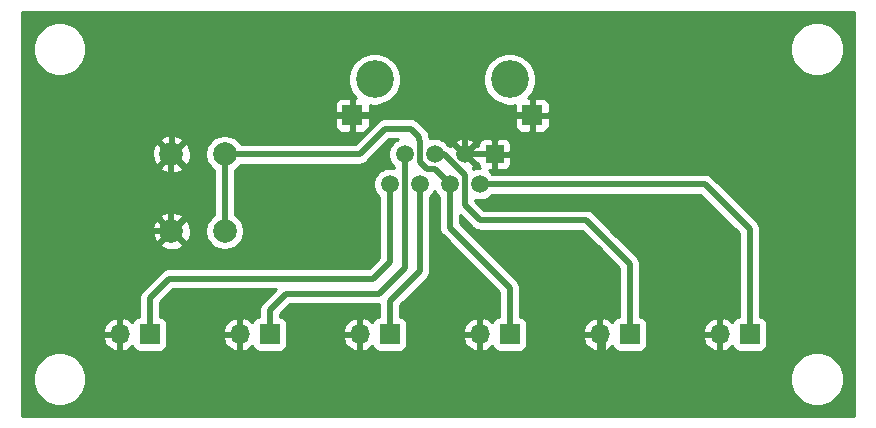
<source format=gbr>
%TF.GenerationSoftware,KiCad,Pcbnew,5.1.6-c6e7f7d~87~ubuntu18.04.1*%
%TF.CreationDate,2022-01-03T17:35:28+01:00*%
%TF.ProjectId,e-r-wifi-lf,652d722d-7769-4666-992d-6c662e6b6963,rev?*%
%TF.SameCoordinates,Original*%
%TF.FileFunction,Copper,L2,Bot*%
%TF.FilePolarity,Positive*%
%FSLAX46Y46*%
G04 Gerber Fmt 4.6, Leading zero omitted, Abs format (unit mm)*
G04 Created by KiCad (PCBNEW 5.1.6-c6e7f7d~87~ubuntu18.04.1) date 2022-01-03 17:35:28*
%MOMM*%
%LPD*%
G01*
G04 APERTURE LIST*
%TA.AperFunction,ComponentPad*%
%ADD10R,1.700000X1.700000*%
%TD*%
%TA.AperFunction,ComponentPad*%
%ADD11C,1.500000*%
%TD*%
%TA.AperFunction,ComponentPad*%
%ADD12R,1.500000X1.500000*%
%TD*%
%TA.AperFunction,ComponentPad*%
%ADD13C,3.200001*%
%TD*%
%TA.AperFunction,ComponentPad*%
%ADD14C,3.200000*%
%TD*%
%TA.AperFunction,ComponentPad*%
%ADD15O,1.700000X1.700000*%
%TD*%
%TA.AperFunction,ComponentPad*%
%ADD16C,2.000000*%
%TD*%
%TA.AperFunction,Conductor*%
%ADD17C,0.500000*%
%TD*%
%TA.AperFunction,Conductor*%
%ADD18C,0.254000*%
%TD*%
G04 APERTURE END LIST*
D10*
%TO.P,J1,10*%
%TO.N,GND*%
X138049000Y-119888000D03*
%TO.P,J1,9*%
X122809000Y-119888000D03*
D11*
%TO.P,J1,8*%
%TO.N,Net-(J1-Pad8)*%
X125984000Y-125730000D03*
%TO.P,J1,7*%
%TO.N,Net-(J1-Pad7)*%
X127254000Y-123190000D03*
%TO.P,J1,6*%
%TO.N,Net-(J1-Pad6)*%
X128524000Y-125730000D03*
%TO.P,J1,5*%
%TO.N,Net-(J1-Pad5)*%
X129794000Y-123190000D03*
%TO.P,J1,4*%
%TO.N,Net-(J1-Pad4)*%
X131064000Y-125730000D03*
%TO.P,J1,3*%
%TO.N,GND*%
X132334000Y-123190000D03*
%TO.P,J1,2*%
%TO.N,Net-(J1-Pad2)*%
X133604000Y-125730000D03*
D12*
%TO.P,J1,1*%
%TO.N,GND*%
X134874000Y-123190000D03*
D13*
%TO.P,J1,*%
%TO.N,*%
X136144000Y-116840000D03*
D14*
X124714000Y-116840000D03*
%TD*%
D10*
%TO.P,J2,1*%
%TO.N,Net-(J1-Pad8)*%
X105664000Y-138430000D03*
D15*
%TO.P,J2,2*%
%TO.N,GND*%
X103124000Y-138430000D03*
%TD*%
%TO.P,J3,2*%
%TO.N,GND*%
X113284000Y-138430000D03*
D10*
%TO.P,J3,1*%
%TO.N,Net-(J1-Pad7)*%
X115824000Y-138430000D03*
%TD*%
%TO.P,J4,1*%
%TO.N,Net-(J1-Pad6)*%
X125984000Y-138430000D03*
D15*
%TO.P,J4,2*%
%TO.N,GND*%
X123444000Y-138430000D03*
%TD*%
%TO.P,J6,2*%
%TO.N,GND*%
X133604000Y-138430000D03*
D10*
%TO.P,J6,1*%
%TO.N,Net-(J1-Pad4)*%
X136144000Y-138430000D03*
%TD*%
%TO.P,J7,1*%
%TO.N,Net-(J1-Pad2)*%
X156464000Y-138430000D03*
D15*
%TO.P,J7,2*%
%TO.N,GND*%
X153924000Y-138430000D03*
%TD*%
D16*
%TO.P,SW1,2*%
%TO.N,GND*%
X107514000Y-123190000D03*
%TO.P,SW1,1*%
%TO.N,Net-(J1-Pad4)*%
X112014000Y-123190000D03*
%TO.P,SW1,2*%
%TO.N,GND*%
X107514000Y-129690000D03*
%TO.P,SW1,1*%
%TO.N,Net-(J1-Pad4)*%
X112014000Y-129690000D03*
%TD*%
D10*
%TO.P,J5,1*%
%TO.N,Net-(J1-Pad5)*%
X146304000Y-138430000D03*
D15*
%TO.P,J5,2*%
%TO.N,GND*%
X143764000Y-138430000D03*
%TD*%
D17*
%TO.N,GND*%
X138557000Y-119888000D02*
X138201400Y-119888000D01*
X107514000Y-129722000D02*
X107505500Y-129730500D01*
X122301000Y-119888000D02*
X110109000Y-119888000D01*
X110109000Y-119888000D02*
X108839000Y-119888000D01*
X108839000Y-119888000D02*
X107569000Y-121158000D01*
X107569000Y-121158000D02*
X107569000Y-123190000D01*
X107514000Y-123190000D02*
X107514000Y-129612000D01*
X107514000Y-129690000D02*
X105133000Y-129690000D01*
X105133000Y-129690000D02*
X103124000Y-131699000D01*
X103124000Y-131699000D02*
X103124000Y-138430000D01*
X153924000Y-138430000D02*
X153924000Y-140462000D01*
X153924000Y-140462000D02*
X152273000Y-142113000D01*
X144018000Y-140843000D02*
X145288000Y-142113000D01*
X152273000Y-142113000D02*
X145288000Y-142113000D01*
X144018000Y-140843000D02*
X144018000Y-138684000D01*
X144018000Y-138684000D02*
X143764000Y-138430000D01*
X145288000Y-142113000D02*
X135128000Y-142113000D01*
X135128000Y-142113000D02*
X133604000Y-140589000D01*
X133604000Y-140589000D02*
X133604000Y-138430000D01*
X135128000Y-142113000D02*
X124841000Y-142113000D01*
X124841000Y-142113000D02*
X123444000Y-140716000D01*
X123444000Y-140716000D02*
X123444000Y-138430000D01*
X124841000Y-142113000D02*
X114808000Y-142113000D01*
X114808000Y-142113000D02*
X113284000Y-140589000D01*
X113284000Y-140589000D02*
X113284000Y-138430000D01*
X114808000Y-142113000D02*
X104775000Y-142113000D01*
X104775000Y-142113000D02*
X103124000Y-140462000D01*
X103124000Y-140462000D02*
X103124000Y-138430000D01*
X122301000Y-119888000D02*
X131064000Y-119888000D01*
X131064000Y-119888000D02*
X132334000Y-121158000D01*
X132334000Y-121158000D02*
X132334000Y-123190000D01*
X132334000Y-123190000D02*
X134874000Y-123190000D01*
X134874000Y-123190000D02*
X134874000Y-120904000D01*
X134874000Y-120904000D02*
X135890000Y-119888000D01*
X135890000Y-119888000D02*
X138557000Y-119888000D01*
%TO.N,Net-(J1-Pad2)*%
X156464000Y-138430000D02*
X156464000Y-129540000D01*
X156464000Y-129540000D02*
X152654000Y-125730000D01*
X152654000Y-125730000D02*
X133604000Y-125730000D01*
%TO.N,Net-(J1-Pad4)*%
X136144000Y-138430000D02*
X136144000Y-134620000D01*
X136144000Y-134620000D02*
X136144000Y-134493000D01*
X136144000Y-134493000D02*
X131064000Y-129413000D01*
X131064000Y-129413000D02*
X131064000Y-125730000D01*
X131064000Y-125730000D02*
X129794000Y-124460000D01*
X129794000Y-124460000D02*
X129159000Y-124460000D01*
X129159000Y-124460000D02*
X128524000Y-123825000D01*
X128524000Y-123825000D02*
X128524000Y-122047000D01*
X128466999Y-121989999D02*
X128466999Y-121735999D01*
X128524000Y-122047000D02*
X128466999Y-121989999D01*
X128466999Y-121735999D02*
X127762000Y-121031000D01*
X127762000Y-121031000D02*
X125603000Y-121031000D01*
X125603000Y-121031000D02*
X123444000Y-123190000D01*
X123444000Y-123190000D02*
X112014000Y-123190000D01*
X112014000Y-123190000D02*
X111887000Y-123317000D01*
X111887000Y-123317000D02*
X112014000Y-123444000D01*
X112014000Y-123444000D02*
X112014000Y-129667000D01*
%TO.N,Net-(J1-Pad5)*%
X146304000Y-138430000D02*
X146304000Y-132461000D01*
X146304000Y-132461000D02*
X144272000Y-130429000D01*
X144272000Y-130429000D02*
X142621000Y-128778000D01*
X142621000Y-128778000D02*
X133604000Y-128778000D01*
X133604000Y-128778000D02*
X132334000Y-127508000D01*
X132334000Y-124966002D02*
X130557998Y-123190000D01*
X132334000Y-127508000D02*
X132334000Y-124966002D01*
X130557998Y-123190000D02*
X129794000Y-123190000D01*
%TO.N,Net-(J1-Pad6)*%
X128524000Y-125730000D02*
X128524000Y-133096000D01*
X128524000Y-133096000D02*
X125984000Y-135636000D01*
X125984000Y-135636000D02*
X125984000Y-138430000D01*
%TO.N,Net-(J1-Pad7)*%
X127254000Y-123190000D02*
X127254000Y-132842000D01*
X127254000Y-132842000D02*
X125095000Y-135001000D01*
X125095000Y-135001000D02*
X117221000Y-135001000D01*
X117221000Y-135001000D02*
X115824000Y-136398000D01*
X115824000Y-136398000D02*
X115824000Y-138430000D01*
%TO.N,Net-(J1-Pad8)*%
X125984000Y-125730000D02*
X125984000Y-132080000D01*
X125984000Y-132080000D02*
X125984000Y-132334000D01*
X125984000Y-132334000D02*
X124587000Y-133731000D01*
X124587000Y-133731000D02*
X107315000Y-133731000D01*
X107315000Y-133731000D02*
X105664000Y-135382000D01*
X105664000Y-135382000D02*
X105664000Y-138430000D01*
%TD*%
D18*
%TO.N,GND*%
G36*
X165329000Y-145390000D02*
G01*
X94894000Y-145390000D01*
X94894000Y-142016521D01*
X95774979Y-142016521D01*
X95774979Y-142463479D01*
X95862176Y-142901849D01*
X96033220Y-143314785D01*
X96281536Y-143686417D01*
X96597583Y-144002464D01*
X96969215Y-144250780D01*
X97382151Y-144421824D01*
X97820521Y-144509021D01*
X98267479Y-144509021D01*
X98705849Y-144421824D01*
X99118785Y-144250780D01*
X99490417Y-144002464D01*
X99806464Y-143686417D01*
X100054780Y-143314785D01*
X100225824Y-142901849D01*
X100313021Y-142463479D01*
X100313021Y-142016521D01*
X159909979Y-142016521D01*
X159909979Y-142463479D01*
X159997176Y-142901849D01*
X160168220Y-143314785D01*
X160416536Y-143686417D01*
X160732583Y-144002464D01*
X161104215Y-144250780D01*
X161517151Y-144421824D01*
X161955521Y-144509021D01*
X162402479Y-144509021D01*
X162840849Y-144421824D01*
X163253785Y-144250780D01*
X163625417Y-144002464D01*
X163941464Y-143686417D01*
X164189780Y-143314785D01*
X164360824Y-142901849D01*
X164448021Y-142463479D01*
X164448021Y-142016521D01*
X164360824Y-141578151D01*
X164189780Y-141165215D01*
X163941464Y-140793583D01*
X163625417Y-140477536D01*
X163253785Y-140229220D01*
X162840849Y-140058176D01*
X162402479Y-139970979D01*
X161955521Y-139970979D01*
X161517151Y-140058176D01*
X161104215Y-140229220D01*
X160732583Y-140477536D01*
X160416536Y-140793583D01*
X160168220Y-141165215D01*
X159997176Y-141578151D01*
X159909979Y-142016521D01*
X100313021Y-142016521D01*
X100225824Y-141578151D01*
X100054780Y-141165215D01*
X99806464Y-140793583D01*
X99490417Y-140477536D01*
X99118785Y-140229220D01*
X98705849Y-140058176D01*
X98267479Y-139970979D01*
X97820521Y-139970979D01*
X97382151Y-140058176D01*
X96969215Y-140229220D01*
X96597583Y-140477536D01*
X96281536Y-140793583D01*
X96033220Y-141165215D01*
X95862176Y-141578151D01*
X95774979Y-142016521D01*
X94894000Y-142016521D01*
X94894000Y-138786891D01*
X101682519Y-138786891D01*
X101779843Y-139061252D01*
X101928822Y-139311355D01*
X102123731Y-139527588D01*
X102357080Y-139701641D01*
X102619901Y-139826825D01*
X102767110Y-139871476D01*
X102997000Y-139750155D01*
X102997000Y-138557000D01*
X101803186Y-138557000D01*
X101682519Y-138786891D01*
X94894000Y-138786891D01*
X94894000Y-138073109D01*
X101682519Y-138073109D01*
X101803186Y-138303000D01*
X102997000Y-138303000D01*
X102997000Y-137109845D01*
X103251000Y-137109845D01*
X103251000Y-138303000D01*
X103271000Y-138303000D01*
X103271000Y-138557000D01*
X103251000Y-138557000D01*
X103251000Y-139750155D01*
X103480890Y-139871476D01*
X103628099Y-139826825D01*
X103890920Y-139701641D01*
X104124269Y-139527588D01*
X104200034Y-139443534D01*
X104224498Y-139524180D01*
X104283463Y-139634494D01*
X104362815Y-139731185D01*
X104459506Y-139810537D01*
X104569820Y-139869502D01*
X104689518Y-139905812D01*
X104814000Y-139918072D01*
X106514000Y-139918072D01*
X106638482Y-139905812D01*
X106758180Y-139869502D01*
X106868494Y-139810537D01*
X106965185Y-139731185D01*
X107044537Y-139634494D01*
X107103502Y-139524180D01*
X107139812Y-139404482D01*
X107152072Y-139280000D01*
X107152072Y-138786891D01*
X111842519Y-138786891D01*
X111939843Y-139061252D01*
X112088822Y-139311355D01*
X112283731Y-139527588D01*
X112517080Y-139701641D01*
X112779901Y-139826825D01*
X112927110Y-139871476D01*
X113157000Y-139750155D01*
X113157000Y-138557000D01*
X111963186Y-138557000D01*
X111842519Y-138786891D01*
X107152072Y-138786891D01*
X107152072Y-138073109D01*
X111842519Y-138073109D01*
X111963186Y-138303000D01*
X113157000Y-138303000D01*
X113157000Y-137109845D01*
X112927110Y-136988524D01*
X112779901Y-137033175D01*
X112517080Y-137158359D01*
X112283731Y-137332412D01*
X112088822Y-137548645D01*
X111939843Y-137798748D01*
X111842519Y-138073109D01*
X107152072Y-138073109D01*
X107152072Y-137580000D01*
X107139812Y-137455518D01*
X107103502Y-137335820D01*
X107044537Y-137225506D01*
X106965185Y-137128815D01*
X106868494Y-137049463D01*
X106758180Y-136990498D01*
X106638482Y-136954188D01*
X106549000Y-136945375D01*
X106549000Y-135748578D01*
X107681579Y-134616000D01*
X116354421Y-134616000D01*
X115228956Y-135741466D01*
X115195183Y-135769183D01*
X115084589Y-135903942D01*
X115002411Y-136057688D01*
X114951805Y-136224511D01*
X114939000Y-136354524D01*
X114939000Y-136354531D01*
X114934719Y-136398000D01*
X114939000Y-136441469D01*
X114939000Y-136945375D01*
X114849518Y-136954188D01*
X114729820Y-136990498D01*
X114619506Y-137049463D01*
X114522815Y-137128815D01*
X114443463Y-137225506D01*
X114384498Y-137335820D01*
X114360034Y-137416466D01*
X114284269Y-137332412D01*
X114050920Y-137158359D01*
X113788099Y-137033175D01*
X113640890Y-136988524D01*
X113411000Y-137109845D01*
X113411000Y-138303000D01*
X113431000Y-138303000D01*
X113431000Y-138557000D01*
X113411000Y-138557000D01*
X113411000Y-139750155D01*
X113640890Y-139871476D01*
X113788099Y-139826825D01*
X114050920Y-139701641D01*
X114284269Y-139527588D01*
X114360034Y-139443534D01*
X114384498Y-139524180D01*
X114443463Y-139634494D01*
X114522815Y-139731185D01*
X114619506Y-139810537D01*
X114729820Y-139869502D01*
X114849518Y-139905812D01*
X114974000Y-139918072D01*
X116674000Y-139918072D01*
X116798482Y-139905812D01*
X116918180Y-139869502D01*
X117028494Y-139810537D01*
X117125185Y-139731185D01*
X117204537Y-139634494D01*
X117263502Y-139524180D01*
X117299812Y-139404482D01*
X117312072Y-139280000D01*
X117312072Y-138786891D01*
X122002519Y-138786891D01*
X122099843Y-139061252D01*
X122248822Y-139311355D01*
X122443731Y-139527588D01*
X122677080Y-139701641D01*
X122939901Y-139826825D01*
X123087110Y-139871476D01*
X123317000Y-139750155D01*
X123317000Y-138557000D01*
X122123186Y-138557000D01*
X122002519Y-138786891D01*
X117312072Y-138786891D01*
X117312072Y-138073109D01*
X122002519Y-138073109D01*
X122123186Y-138303000D01*
X123317000Y-138303000D01*
X123317000Y-137109845D01*
X123087110Y-136988524D01*
X122939901Y-137033175D01*
X122677080Y-137158359D01*
X122443731Y-137332412D01*
X122248822Y-137548645D01*
X122099843Y-137798748D01*
X122002519Y-138073109D01*
X117312072Y-138073109D01*
X117312072Y-137580000D01*
X117299812Y-137455518D01*
X117263502Y-137335820D01*
X117204537Y-137225506D01*
X117125185Y-137128815D01*
X117028494Y-137049463D01*
X116918180Y-136990498D01*
X116798482Y-136954188D01*
X116709000Y-136945375D01*
X116709000Y-136764578D01*
X117587579Y-135886000D01*
X125051531Y-135886000D01*
X125095000Y-135890281D01*
X125099000Y-135889887D01*
X125099000Y-136945375D01*
X125009518Y-136954188D01*
X124889820Y-136990498D01*
X124779506Y-137049463D01*
X124682815Y-137128815D01*
X124603463Y-137225506D01*
X124544498Y-137335820D01*
X124520034Y-137416466D01*
X124444269Y-137332412D01*
X124210920Y-137158359D01*
X123948099Y-137033175D01*
X123800890Y-136988524D01*
X123571000Y-137109845D01*
X123571000Y-138303000D01*
X123591000Y-138303000D01*
X123591000Y-138557000D01*
X123571000Y-138557000D01*
X123571000Y-139750155D01*
X123800890Y-139871476D01*
X123948099Y-139826825D01*
X124210920Y-139701641D01*
X124444269Y-139527588D01*
X124520034Y-139443534D01*
X124544498Y-139524180D01*
X124603463Y-139634494D01*
X124682815Y-139731185D01*
X124779506Y-139810537D01*
X124889820Y-139869502D01*
X125009518Y-139905812D01*
X125134000Y-139918072D01*
X126834000Y-139918072D01*
X126958482Y-139905812D01*
X127078180Y-139869502D01*
X127188494Y-139810537D01*
X127285185Y-139731185D01*
X127364537Y-139634494D01*
X127423502Y-139524180D01*
X127459812Y-139404482D01*
X127472072Y-139280000D01*
X127472072Y-138786891D01*
X132162519Y-138786891D01*
X132259843Y-139061252D01*
X132408822Y-139311355D01*
X132603731Y-139527588D01*
X132837080Y-139701641D01*
X133099901Y-139826825D01*
X133247110Y-139871476D01*
X133477000Y-139750155D01*
X133477000Y-138557000D01*
X132283186Y-138557000D01*
X132162519Y-138786891D01*
X127472072Y-138786891D01*
X127472072Y-138073109D01*
X132162519Y-138073109D01*
X132283186Y-138303000D01*
X133477000Y-138303000D01*
X133477000Y-137109845D01*
X133247110Y-136988524D01*
X133099901Y-137033175D01*
X132837080Y-137158359D01*
X132603731Y-137332412D01*
X132408822Y-137548645D01*
X132259843Y-137798748D01*
X132162519Y-138073109D01*
X127472072Y-138073109D01*
X127472072Y-137580000D01*
X127459812Y-137455518D01*
X127423502Y-137335820D01*
X127364537Y-137225506D01*
X127285185Y-137128815D01*
X127188494Y-137049463D01*
X127078180Y-136990498D01*
X126958482Y-136954188D01*
X126869000Y-136945375D01*
X126869000Y-136002578D01*
X129119049Y-133752530D01*
X129152817Y-133724817D01*
X129263411Y-133590059D01*
X129345589Y-133436313D01*
X129396195Y-133269490D01*
X129409000Y-133139477D01*
X129409000Y-133139467D01*
X129413281Y-133096001D01*
X129409000Y-133052535D01*
X129409000Y-126803685D01*
X129599799Y-126612886D01*
X129751371Y-126386043D01*
X129794000Y-126283127D01*
X129836629Y-126386043D01*
X129988201Y-126612886D01*
X130179001Y-126803686D01*
X130179000Y-129369531D01*
X130174719Y-129413000D01*
X130179000Y-129456469D01*
X130179000Y-129456476D01*
X130190212Y-129570314D01*
X130191805Y-129586490D01*
X130195779Y-129599589D01*
X130242411Y-129753312D01*
X130324589Y-129907058D01*
X130435183Y-130041817D01*
X130468956Y-130069534D01*
X135259001Y-134859580D01*
X135259000Y-136945375D01*
X135169518Y-136954188D01*
X135049820Y-136990498D01*
X134939506Y-137049463D01*
X134842815Y-137128815D01*
X134763463Y-137225506D01*
X134704498Y-137335820D01*
X134680034Y-137416466D01*
X134604269Y-137332412D01*
X134370920Y-137158359D01*
X134108099Y-137033175D01*
X133960890Y-136988524D01*
X133731000Y-137109845D01*
X133731000Y-138303000D01*
X133751000Y-138303000D01*
X133751000Y-138557000D01*
X133731000Y-138557000D01*
X133731000Y-139750155D01*
X133960890Y-139871476D01*
X134108099Y-139826825D01*
X134370920Y-139701641D01*
X134604269Y-139527588D01*
X134680034Y-139443534D01*
X134704498Y-139524180D01*
X134763463Y-139634494D01*
X134842815Y-139731185D01*
X134939506Y-139810537D01*
X135049820Y-139869502D01*
X135169518Y-139905812D01*
X135294000Y-139918072D01*
X136994000Y-139918072D01*
X137118482Y-139905812D01*
X137238180Y-139869502D01*
X137348494Y-139810537D01*
X137445185Y-139731185D01*
X137524537Y-139634494D01*
X137583502Y-139524180D01*
X137619812Y-139404482D01*
X137632072Y-139280000D01*
X137632072Y-138786891D01*
X142322519Y-138786891D01*
X142419843Y-139061252D01*
X142568822Y-139311355D01*
X142763731Y-139527588D01*
X142997080Y-139701641D01*
X143259901Y-139826825D01*
X143407110Y-139871476D01*
X143637000Y-139750155D01*
X143637000Y-138557000D01*
X142443186Y-138557000D01*
X142322519Y-138786891D01*
X137632072Y-138786891D01*
X137632072Y-138073109D01*
X142322519Y-138073109D01*
X142443186Y-138303000D01*
X143637000Y-138303000D01*
X143637000Y-137109845D01*
X143407110Y-136988524D01*
X143259901Y-137033175D01*
X142997080Y-137158359D01*
X142763731Y-137332412D01*
X142568822Y-137548645D01*
X142419843Y-137798748D01*
X142322519Y-138073109D01*
X137632072Y-138073109D01*
X137632072Y-137580000D01*
X137619812Y-137455518D01*
X137583502Y-137335820D01*
X137524537Y-137225506D01*
X137445185Y-137128815D01*
X137348494Y-137049463D01*
X137238180Y-136990498D01*
X137118482Y-136954188D01*
X137029000Y-136945375D01*
X137029000Y-134536469D01*
X137033281Y-134493000D01*
X137029000Y-134449531D01*
X137029000Y-134449524D01*
X137016195Y-134319511D01*
X136965589Y-134152688D01*
X136922095Y-134071314D01*
X136883411Y-133998941D01*
X136800532Y-133897953D01*
X136800530Y-133897951D01*
X136772817Y-133864183D01*
X136739049Y-133836470D01*
X131949000Y-129046422D01*
X131949000Y-128374578D01*
X132947470Y-129373049D01*
X132975183Y-129406817D01*
X133008951Y-129434530D01*
X133008953Y-129434532D01*
X133035692Y-129456476D01*
X133109941Y-129517411D01*
X133263687Y-129599589D01*
X133430510Y-129650195D01*
X133560523Y-129663000D01*
X133560533Y-129663000D01*
X133603999Y-129667281D01*
X133647465Y-129663000D01*
X142254422Y-129663000D01*
X143676953Y-131085532D01*
X143676958Y-131085536D01*
X145419001Y-132827580D01*
X145419000Y-136945375D01*
X145329518Y-136954188D01*
X145209820Y-136990498D01*
X145099506Y-137049463D01*
X145002815Y-137128815D01*
X144923463Y-137225506D01*
X144864498Y-137335820D01*
X144840034Y-137416466D01*
X144764269Y-137332412D01*
X144530920Y-137158359D01*
X144268099Y-137033175D01*
X144120890Y-136988524D01*
X143891000Y-137109845D01*
X143891000Y-138303000D01*
X143911000Y-138303000D01*
X143911000Y-138557000D01*
X143891000Y-138557000D01*
X143891000Y-139750155D01*
X144120890Y-139871476D01*
X144268099Y-139826825D01*
X144530920Y-139701641D01*
X144764269Y-139527588D01*
X144840034Y-139443534D01*
X144864498Y-139524180D01*
X144923463Y-139634494D01*
X145002815Y-139731185D01*
X145099506Y-139810537D01*
X145209820Y-139869502D01*
X145329518Y-139905812D01*
X145454000Y-139918072D01*
X147154000Y-139918072D01*
X147278482Y-139905812D01*
X147398180Y-139869502D01*
X147508494Y-139810537D01*
X147605185Y-139731185D01*
X147684537Y-139634494D01*
X147743502Y-139524180D01*
X147779812Y-139404482D01*
X147792072Y-139280000D01*
X147792072Y-138786891D01*
X152482519Y-138786891D01*
X152579843Y-139061252D01*
X152728822Y-139311355D01*
X152923731Y-139527588D01*
X153157080Y-139701641D01*
X153419901Y-139826825D01*
X153567110Y-139871476D01*
X153797000Y-139750155D01*
X153797000Y-138557000D01*
X152603186Y-138557000D01*
X152482519Y-138786891D01*
X147792072Y-138786891D01*
X147792072Y-138073109D01*
X152482519Y-138073109D01*
X152603186Y-138303000D01*
X153797000Y-138303000D01*
X153797000Y-137109845D01*
X153567110Y-136988524D01*
X153419901Y-137033175D01*
X153157080Y-137158359D01*
X152923731Y-137332412D01*
X152728822Y-137548645D01*
X152579843Y-137798748D01*
X152482519Y-138073109D01*
X147792072Y-138073109D01*
X147792072Y-137580000D01*
X147779812Y-137455518D01*
X147743502Y-137335820D01*
X147684537Y-137225506D01*
X147605185Y-137128815D01*
X147508494Y-137049463D01*
X147398180Y-136990498D01*
X147278482Y-136954188D01*
X147189000Y-136945375D01*
X147189000Y-132504469D01*
X147193281Y-132461000D01*
X147189000Y-132417531D01*
X147189000Y-132417523D01*
X147176195Y-132287510D01*
X147125589Y-132120687D01*
X147043411Y-131966941D01*
X146932817Y-131832183D01*
X146899049Y-131804470D01*
X144928536Y-129833958D01*
X144928532Y-129833953D01*
X143277534Y-128182956D01*
X143249817Y-128149183D01*
X143115059Y-128038589D01*
X142961313Y-127956411D01*
X142794490Y-127905805D01*
X142664477Y-127893000D01*
X142664469Y-127893000D01*
X142621000Y-127888719D01*
X142577531Y-127893000D01*
X133970579Y-127893000D01*
X133219000Y-127141422D01*
X133219000Y-127065552D01*
X133467589Y-127115000D01*
X133740411Y-127115000D01*
X134007989Y-127061775D01*
X134260043Y-126957371D01*
X134486886Y-126805799D01*
X134677685Y-126615000D01*
X152287422Y-126615000D01*
X155579001Y-129906580D01*
X155579000Y-136945375D01*
X155489518Y-136954188D01*
X155369820Y-136990498D01*
X155259506Y-137049463D01*
X155162815Y-137128815D01*
X155083463Y-137225506D01*
X155024498Y-137335820D01*
X155000034Y-137416466D01*
X154924269Y-137332412D01*
X154690920Y-137158359D01*
X154428099Y-137033175D01*
X154280890Y-136988524D01*
X154051000Y-137109845D01*
X154051000Y-138303000D01*
X154071000Y-138303000D01*
X154071000Y-138557000D01*
X154051000Y-138557000D01*
X154051000Y-139750155D01*
X154280890Y-139871476D01*
X154428099Y-139826825D01*
X154690920Y-139701641D01*
X154924269Y-139527588D01*
X155000034Y-139443534D01*
X155024498Y-139524180D01*
X155083463Y-139634494D01*
X155162815Y-139731185D01*
X155259506Y-139810537D01*
X155369820Y-139869502D01*
X155489518Y-139905812D01*
X155614000Y-139918072D01*
X157314000Y-139918072D01*
X157438482Y-139905812D01*
X157558180Y-139869502D01*
X157668494Y-139810537D01*
X157765185Y-139731185D01*
X157844537Y-139634494D01*
X157903502Y-139524180D01*
X157939812Y-139404482D01*
X157952072Y-139280000D01*
X157952072Y-137580000D01*
X157939812Y-137455518D01*
X157903502Y-137335820D01*
X157844537Y-137225506D01*
X157765185Y-137128815D01*
X157668494Y-137049463D01*
X157558180Y-136990498D01*
X157438482Y-136954188D01*
X157349000Y-136945375D01*
X157349000Y-129583469D01*
X157353281Y-129540000D01*
X157349000Y-129496531D01*
X157349000Y-129496523D01*
X157336195Y-129366510D01*
X157285589Y-129199686D01*
X157203411Y-129045941D01*
X157120532Y-128944953D01*
X157120530Y-128944951D01*
X157092817Y-128911183D01*
X157059049Y-128883470D01*
X153310534Y-125134956D01*
X153282817Y-125101183D01*
X153148059Y-124990589D01*
X152994313Y-124908411D01*
X152827490Y-124857805D01*
X152697477Y-124845000D01*
X152697469Y-124845000D01*
X152654000Y-124840719D01*
X152610531Y-124845000D01*
X134677685Y-124845000D01*
X134486886Y-124654201D01*
X134370510Y-124576441D01*
X134588250Y-124575000D01*
X134747000Y-124416250D01*
X134747000Y-123317000D01*
X135001000Y-123317000D01*
X135001000Y-124416250D01*
X135159750Y-124575000D01*
X135624000Y-124578072D01*
X135748482Y-124565812D01*
X135868180Y-124529502D01*
X135978494Y-124470537D01*
X136075185Y-124391185D01*
X136154537Y-124294494D01*
X136213502Y-124184180D01*
X136249812Y-124064482D01*
X136262072Y-123940000D01*
X136259000Y-123475750D01*
X136100250Y-123317000D01*
X135001000Y-123317000D01*
X134747000Y-123317000D01*
X134727000Y-123317000D01*
X134727000Y-123063000D01*
X134747000Y-123063000D01*
X134747000Y-121963750D01*
X135001000Y-121963750D01*
X135001000Y-123063000D01*
X136100250Y-123063000D01*
X136259000Y-122904250D01*
X136262072Y-122440000D01*
X136249812Y-122315518D01*
X136213502Y-122195820D01*
X136154537Y-122085506D01*
X136075185Y-121988815D01*
X135978494Y-121909463D01*
X135868180Y-121850498D01*
X135748482Y-121814188D01*
X135624000Y-121801928D01*
X135159750Y-121805000D01*
X135001000Y-121963750D01*
X134747000Y-121963750D01*
X134588250Y-121805000D01*
X134124000Y-121801928D01*
X133999518Y-121814188D01*
X133879820Y-121850498D01*
X133769506Y-121909463D01*
X133672815Y-121988815D01*
X133593463Y-122085506D01*
X133534498Y-122195820D01*
X133498188Y-122315518D01*
X133485928Y-122440000D01*
X133486101Y-122466133D01*
X133290993Y-122412612D01*
X132513605Y-123190000D01*
X133290993Y-123967388D01*
X133486101Y-123913867D01*
X133485928Y-123940000D01*
X133498188Y-124064482D01*
X133534498Y-124184180D01*
X133593463Y-124294494D01*
X133634912Y-124345000D01*
X133467589Y-124345000D01*
X133200011Y-124398225D01*
X133060378Y-124456063D01*
X133015905Y-124401873D01*
X133045863Y-124385860D01*
X133111388Y-124146993D01*
X132334000Y-123369605D01*
X132319858Y-123383748D01*
X132140253Y-123204143D01*
X132154395Y-123190000D01*
X131377007Y-122412612D01*
X131138140Y-122478137D01*
X131123538Y-122509253D01*
X131052057Y-122450589D01*
X130917671Y-122378759D01*
X130869799Y-122307114D01*
X130795692Y-122233007D01*
X131556612Y-122233007D01*
X132334000Y-123010395D01*
X133111388Y-122233007D01*
X133045863Y-121994140D01*
X132798884Y-121878240D01*
X132534040Y-121812750D01*
X132261508Y-121800188D01*
X131991762Y-121841035D01*
X131735168Y-121933723D01*
X131622137Y-121994140D01*
X131556612Y-122233007D01*
X130795692Y-122233007D01*
X130676886Y-122114201D01*
X130450043Y-121962629D01*
X130197989Y-121858225D01*
X129930411Y-121805000D01*
X129657589Y-121805000D01*
X129391470Y-121857935D01*
X129355839Y-121740476D01*
X129356280Y-121735998D01*
X129351999Y-121692532D01*
X129351999Y-121692523D01*
X129339194Y-121562510D01*
X129288588Y-121395686D01*
X129206410Y-121241940D01*
X129146066Y-121168411D01*
X129123531Y-121140952D01*
X129123529Y-121140950D01*
X129095816Y-121107182D01*
X129062048Y-121079469D01*
X128720579Y-120738000D01*
X136560928Y-120738000D01*
X136573188Y-120862482D01*
X136609498Y-120982180D01*
X136668463Y-121092494D01*
X136747815Y-121189185D01*
X136844506Y-121268537D01*
X136954820Y-121327502D01*
X137074518Y-121363812D01*
X137199000Y-121376072D01*
X137763250Y-121373000D01*
X137922000Y-121214250D01*
X137922000Y-120015000D01*
X138176000Y-120015000D01*
X138176000Y-121214250D01*
X138334750Y-121373000D01*
X138899000Y-121376072D01*
X139023482Y-121363812D01*
X139143180Y-121327502D01*
X139253494Y-121268537D01*
X139350185Y-121189185D01*
X139429537Y-121092494D01*
X139488502Y-120982180D01*
X139524812Y-120862482D01*
X139537072Y-120738000D01*
X139534000Y-120173750D01*
X139375250Y-120015000D01*
X138176000Y-120015000D01*
X137922000Y-120015000D01*
X136722750Y-120015000D01*
X136564000Y-120173750D01*
X136560928Y-120738000D01*
X128720579Y-120738000D01*
X128418534Y-120435956D01*
X128390817Y-120402183D01*
X128256059Y-120291589D01*
X128102313Y-120209411D01*
X127935490Y-120158805D01*
X127805477Y-120146000D01*
X127805469Y-120146000D01*
X127762000Y-120141719D01*
X127718531Y-120146000D01*
X125646466Y-120146000D01*
X125602999Y-120141719D01*
X125559533Y-120146000D01*
X125559523Y-120146000D01*
X125429510Y-120158805D01*
X125262687Y-120209411D01*
X125108941Y-120291589D01*
X125108939Y-120291590D01*
X125108940Y-120291590D01*
X125007953Y-120374468D01*
X125007951Y-120374470D01*
X124974183Y-120402183D01*
X124946470Y-120435951D01*
X123077422Y-122305000D01*
X113389059Y-122305000D01*
X113283987Y-122147748D01*
X113056252Y-121920013D01*
X112788463Y-121741082D01*
X112490912Y-121617832D01*
X112175033Y-121555000D01*
X111852967Y-121555000D01*
X111537088Y-121617832D01*
X111239537Y-121741082D01*
X110971748Y-121920013D01*
X110744013Y-122147748D01*
X110565082Y-122415537D01*
X110441832Y-122713088D01*
X110379000Y-123028967D01*
X110379000Y-123351033D01*
X110441832Y-123666912D01*
X110565082Y-123964463D01*
X110744013Y-124232252D01*
X110971748Y-124459987D01*
X111129000Y-124565060D01*
X111129001Y-128314940D01*
X110971748Y-128420013D01*
X110744013Y-128647748D01*
X110565082Y-128915537D01*
X110441832Y-129213088D01*
X110379000Y-129528967D01*
X110379000Y-129851033D01*
X110441832Y-130166912D01*
X110565082Y-130464463D01*
X110744013Y-130732252D01*
X110971748Y-130959987D01*
X111239537Y-131138918D01*
X111537088Y-131262168D01*
X111852967Y-131325000D01*
X112175033Y-131325000D01*
X112490912Y-131262168D01*
X112788463Y-131138918D01*
X113056252Y-130959987D01*
X113283987Y-130732252D01*
X113462918Y-130464463D01*
X113586168Y-130166912D01*
X113649000Y-129851033D01*
X113649000Y-129528967D01*
X113586168Y-129213088D01*
X113462918Y-128915537D01*
X113283987Y-128647748D01*
X113056252Y-128420013D01*
X112899000Y-128314941D01*
X112899000Y-124565059D01*
X113056252Y-124459987D01*
X113283987Y-124232252D01*
X113389059Y-124075000D01*
X123400531Y-124075000D01*
X123444000Y-124079281D01*
X123487469Y-124075000D01*
X123487477Y-124075000D01*
X123617490Y-124062195D01*
X123784313Y-124011589D01*
X123938059Y-123929411D01*
X124072817Y-123818817D01*
X124100534Y-123785044D01*
X125969579Y-121916000D01*
X126710530Y-121916000D01*
X126597957Y-121962629D01*
X126371114Y-122114201D01*
X126178201Y-122307114D01*
X126026629Y-122533957D01*
X125922225Y-122786011D01*
X125869000Y-123053589D01*
X125869000Y-123326411D01*
X125922225Y-123593989D01*
X126026629Y-123846043D01*
X126178201Y-124072886D01*
X126369000Y-124263685D01*
X126369000Y-124394448D01*
X126120411Y-124345000D01*
X125847589Y-124345000D01*
X125580011Y-124398225D01*
X125327957Y-124502629D01*
X125101114Y-124654201D01*
X124908201Y-124847114D01*
X124756629Y-125073957D01*
X124652225Y-125326011D01*
X124599000Y-125593589D01*
X124599000Y-125866411D01*
X124652225Y-126133989D01*
X124756629Y-126386043D01*
X124908201Y-126612886D01*
X125099000Y-126803685D01*
X125099001Y-131967420D01*
X124220422Y-132846000D01*
X107358469Y-132846000D01*
X107315000Y-132841719D01*
X107271531Y-132846000D01*
X107271523Y-132846000D01*
X107141510Y-132858805D01*
X106974686Y-132909411D01*
X106820941Y-132991589D01*
X106719953Y-133074468D01*
X106719951Y-133074470D01*
X106686183Y-133102183D01*
X106658470Y-133135951D01*
X105068956Y-134725466D01*
X105035183Y-134753183D01*
X104924589Y-134887942D01*
X104842411Y-135041688D01*
X104791805Y-135208511D01*
X104779000Y-135338524D01*
X104779000Y-135338531D01*
X104774719Y-135382000D01*
X104779000Y-135425469D01*
X104779001Y-136945375D01*
X104689518Y-136954188D01*
X104569820Y-136990498D01*
X104459506Y-137049463D01*
X104362815Y-137128815D01*
X104283463Y-137225506D01*
X104224498Y-137335820D01*
X104200034Y-137416466D01*
X104124269Y-137332412D01*
X103890920Y-137158359D01*
X103628099Y-137033175D01*
X103480890Y-136988524D01*
X103251000Y-137109845D01*
X102997000Y-137109845D01*
X102767110Y-136988524D01*
X102619901Y-137033175D01*
X102357080Y-137158359D01*
X102123731Y-137332412D01*
X101928822Y-137548645D01*
X101779843Y-137798748D01*
X101682519Y-138073109D01*
X94894000Y-138073109D01*
X94894000Y-130825413D01*
X106558192Y-130825413D01*
X106653956Y-131089814D01*
X106943571Y-131230704D01*
X107255108Y-131312384D01*
X107576595Y-131331718D01*
X107895675Y-131287961D01*
X108200088Y-131182795D01*
X108374044Y-131089814D01*
X108469808Y-130825413D01*
X107514000Y-129869605D01*
X106558192Y-130825413D01*
X94894000Y-130825413D01*
X94894000Y-129752595D01*
X105872282Y-129752595D01*
X105916039Y-130071675D01*
X106021205Y-130376088D01*
X106114186Y-130550044D01*
X106378587Y-130645808D01*
X107334395Y-129690000D01*
X107693605Y-129690000D01*
X108649413Y-130645808D01*
X108913814Y-130550044D01*
X109054704Y-130260429D01*
X109136384Y-129948892D01*
X109155718Y-129627405D01*
X109111961Y-129308325D01*
X109006795Y-129003912D01*
X108913814Y-128829956D01*
X108649413Y-128734192D01*
X107693605Y-129690000D01*
X107334395Y-129690000D01*
X106378587Y-128734192D01*
X106114186Y-128829956D01*
X105973296Y-129119571D01*
X105891616Y-129431108D01*
X105872282Y-129752595D01*
X94894000Y-129752595D01*
X94894000Y-128554587D01*
X106558192Y-128554587D01*
X107514000Y-129510395D01*
X108469808Y-128554587D01*
X108374044Y-128290186D01*
X108084429Y-128149296D01*
X107772892Y-128067616D01*
X107451405Y-128048282D01*
X107132325Y-128092039D01*
X106827912Y-128197205D01*
X106653956Y-128290186D01*
X106558192Y-128554587D01*
X94894000Y-128554587D01*
X94894000Y-124325413D01*
X106558192Y-124325413D01*
X106653956Y-124589814D01*
X106943571Y-124730704D01*
X107255108Y-124812384D01*
X107576595Y-124831718D01*
X107895675Y-124787961D01*
X108200088Y-124682795D01*
X108374044Y-124589814D01*
X108469808Y-124325413D01*
X107514000Y-123369605D01*
X106558192Y-124325413D01*
X94894000Y-124325413D01*
X94894000Y-123252595D01*
X105872282Y-123252595D01*
X105916039Y-123571675D01*
X106021205Y-123876088D01*
X106114186Y-124050044D01*
X106378587Y-124145808D01*
X107334395Y-123190000D01*
X107693605Y-123190000D01*
X108649413Y-124145808D01*
X108913814Y-124050044D01*
X109054704Y-123760429D01*
X109136384Y-123448892D01*
X109155718Y-123127405D01*
X109111961Y-122808325D01*
X109006795Y-122503912D01*
X108913814Y-122329956D01*
X108649413Y-122234192D01*
X107693605Y-123190000D01*
X107334395Y-123190000D01*
X106378587Y-122234192D01*
X106114186Y-122329956D01*
X105973296Y-122619571D01*
X105891616Y-122931108D01*
X105872282Y-123252595D01*
X94894000Y-123252595D01*
X94894000Y-122054587D01*
X106558192Y-122054587D01*
X107514000Y-123010395D01*
X108469808Y-122054587D01*
X108374044Y-121790186D01*
X108084429Y-121649296D01*
X107772892Y-121567616D01*
X107451405Y-121548282D01*
X107132325Y-121592039D01*
X106827912Y-121697205D01*
X106653956Y-121790186D01*
X106558192Y-122054587D01*
X94894000Y-122054587D01*
X94894000Y-120738000D01*
X121320928Y-120738000D01*
X121333188Y-120862482D01*
X121369498Y-120982180D01*
X121428463Y-121092494D01*
X121507815Y-121189185D01*
X121604506Y-121268537D01*
X121714820Y-121327502D01*
X121834518Y-121363812D01*
X121959000Y-121376072D01*
X122523250Y-121373000D01*
X122682000Y-121214250D01*
X122682000Y-120015000D01*
X122936000Y-120015000D01*
X122936000Y-121214250D01*
X123094750Y-121373000D01*
X123659000Y-121376072D01*
X123783482Y-121363812D01*
X123903180Y-121327502D01*
X124013494Y-121268537D01*
X124110185Y-121189185D01*
X124189537Y-121092494D01*
X124248502Y-120982180D01*
X124284812Y-120862482D01*
X124297072Y-120738000D01*
X124294000Y-120173750D01*
X124135250Y-120015000D01*
X122936000Y-120015000D01*
X122682000Y-120015000D01*
X121482750Y-120015000D01*
X121324000Y-120173750D01*
X121320928Y-120738000D01*
X94894000Y-120738000D01*
X94894000Y-119038000D01*
X121320928Y-119038000D01*
X121324000Y-119602250D01*
X121482750Y-119761000D01*
X122682000Y-119761000D01*
X122682000Y-118561750D01*
X122523250Y-118403000D01*
X121959000Y-118399928D01*
X121834518Y-118412188D01*
X121714820Y-118448498D01*
X121604506Y-118507463D01*
X121507815Y-118586815D01*
X121428463Y-118683506D01*
X121369498Y-118793820D01*
X121333188Y-118913518D01*
X121320928Y-119038000D01*
X94894000Y-119038000D01*
X94894000Y-116619872D01*
X122479000Y-116619872D01*
X122479000Y-117060128D01*
X122564890Y-117491925D01*
X122733369Y-117898669D01*
X122977962Y-118264729D01*
X123116117Y-118402884D01*
X123094750Y-118403000D01*
X122936000Y-118561750D01*
X122936000Y-119761000D01*
X124135250Y-119761000D01*
X124294000Y-119602250D01*
X124297072Y-119038000D01*
X124296856Y-119035811D01*
X124493872Y-119075000D01*
X124934128Y-119075000D01*
X125365925Y-118989110D01*
X125772669Y-118820631D01*
X126138729Y-118576038D01*
X126450038Y-118264729D01*
X126694631Y-117898669D01*
X126863110Y-117491925D01*
X126949000Y-117060128D01*
X126949000Y-116619872D01*
X133909000Y-116619872D01*
X133909000Y-117060128D01*
X133994890Y-117491925D01*
X134163369Y-117898669D01*
X134407962Y-118264729D01*
X134719271Y-118576038D01*
X135085331Y-118820631D01*
X135492075Y-118989110D01*
X135923872Y-119075000D01*
X136364128Y-119075000D01*
X136561144Y-119035811D01*
X136560928Y-119038000D01*
X136564000Y-119602250D01*
X136722750Y-119761000D01*
X137922000Y-119761000D01*
X137922000Y-118561750D01*
X138176000Y-118561750D01*
X138176000Y-119761000D01*
X139375250Y-119761000D01*
X139534000Y-119602250D01*
X139537072Y-119038000D01*
X139524812Y-118913518D01*
X139488502Y-118793820D01*
X139429537Y-118683506D01*
X139350185Y-118586815D01*
X139253494Y-118507463D01*
X139143180Y-118448498D01*
X139023482Y-118412188D01*
X138899000Y-118399928D01*
X138334750Y-118403000D01*
X138176000Y-118561750D01*
X137922000Y-118561750D01*
X137763250Y-118403000D01*
X137741883Y-118402884D01*
X137880038Y-118264729D01*
X138124631Y-117898669D01*
X138293110Y-117491925D01*
X138379000Y-117060128D01*
X138379000Y-116619872D01*
X138293110Y-116188075D01*
X138124631Y-115781331D01*
X137880038Y-115415271D01*
X137568729Y-115103962D01*
X137202669Y-114859369D01*
X136795925Y-114690890D01*
X136364128Y-114605000D01*
X135923872Y-114605000D01*
X135492075Y-114690890D01*
X135085331Y-114859369D01*
X134719271Y-115103962D01*
X134407962Y-115415271D01*
X134163369Y-115781331D01*
X133994890Y-116188075D01*
X133909000Y-116619872D01*
X126949000Y-116619872D01*
X126863110Y-116188075D01*
X126694631Y-115781331D01*
X126450038Y-115415271D01*
X126138729Y-115103962D01*
X125772669Y-114859369D01*
X125365925Y-114690890D01*
X124934128Y-114605000D01*
X124493872Y-114605000D01*
X124062075Y-114690890D01*
X123655331Y-114859369D01*
X123289271Y-115103962D01*
X122977962Y-115415271D01*
X122733369Y-115781331D01*
X122564890Y-116188075D01*
X122479000Y-116619872D01*
X94894000Y-116619872D01*
X94894000Y-114076521D01*
X95774979Y-114076521D01*
X95774979Y-114523479D01*
X95862176Y-114961849D01*
X96033220Y-115374785D01*
X96281536Y-115746417D01*
X96597583Y-116062464D01*
X96969215Y-116310780D01*
X97382151Y-116481824D01*
X97820521Y-116569021D01*
X98267479Y-116569021D01*
X98705849Y-116481824D01*
X99118785Y-116310780D01*
X99490417Y-116062464D01*
X99806464Y-115746417D01*
X100054780Y-115374785D01*
X100225824Y-114961849D01*
X100313021Y-114523479D01*
X100313021Y-114076521D01*
X159909979Y-114076521D01*
X159909979Y-114523479D01*
X159997176Y-114961849D01*
X160168220Y-115374785D01*
X160416536Y-115746417D01*
X160732583Y-116062464D01*
X161104215Y-116310780D01*
X161517151Y-116481824D01*
X161955521Y-116569021D01*
X162402479Y-116569021D01*
X162840849Y-116481824D01*
X163253785Y-116310780D01*
X163625417Y-116062464D01*
X163941464Y-115746417D01*
X164189780Y-115374785D01*
X164360824Y-114961849D01*
X164448021Y-114523479D01*
X164448021Y-114076521D01*
X164360824Y-113638151D01*
X164189780Y-113225215D01*
X163941464Y-112853583D01*
X163625417Y-112537536D01*
X163253785Y-112289220D01*
X162840849Y-112118176D01*
X162402479Y-112030979D01*
X161955521Y-112030979D01*
X161517151Y-112118176D01*
X161104215Y-112289220D01*
X160732583Y-112537536D01*
X160416536Y-112853583D01*
X160168220Y-113225215D01*
X159997176Y-113638151D01*
X159909979Y-114076521D01*
X100313021Y-114076521D01*
X100225824Y-113638151D01*
X100054780Y-113225215D01*
X99806464Y-112853583D01*
X99490417Y-112537536D01*
X99118785Y-112289220D01*
X98705849Y-112118176D01*
X98267479Y-112030979D01*
X97820521Y-112030979D01*
X97382151Y-112118176D01*
X96969215Y-112289220D01*
X96597583Y-112537536D01*
X96281536Y-112853583D01*
X96033220Y-113225215D01*
X95862176Y-113638151D01*
X95774979Y-114076521D01*
X94894000Y-114076521D01*
X94894000Y-111150000D01*
X165329001Y-111150000D01*
X165329000Y-145390000D01*
G37*
X165329000Y-145390000D02*
X94894000Y-145390000D01*
X94894000Y-142016521D01*
X95774979Y-142016521D01*
X95774979Y-142463479D01*
X95862176Y-142901849D01*
X96033220Y-143314785D01*
X96281536Y-143686417D01*
X96597583Y-144002464D01*
X96969215Y-144250780D01*
X97382151Y-144421824D01*
X97820521Y-144509021D01*
X98267479Y-144509021D01*
X98705849Y-144421824D01*
X99118785Y-144250780D01*
X99490417Y-144002464D01*
X99806464Y-143686417D01*
X100054780Y-143314785D01*
X100225824Y-142901849D01*
X100313021Y-142463479D01*
X100313021Y-142016521D01*
X159909979Y-142016521D01*
X159909979Y-142463479D01*
X159997176Y-142901849D01*
X160168220Y-143314785D01*
X160416536Y-143686417D01*
X160732583Y-144002464D01*
X161104215Y-144250780D01*
X161517151Y-144421824D01*
X161955521Y-144509021D01*
X162402479Y-144509021D01*
X162840849Y-144421824D01*
X163253785Y-144250780D01*
X163625417Y-144002464D01*
X163941464Y-143686417D01*
X164189780Y-143314785D01*
X164360824Y-142901849D01*
X164448021Y-142463479D01*
X164448021Y-142016521D01*
X164360824Y-141578151D01*
X164189780Y-141165215D01*
X163941464Y-140793583D01*
X163625417Y-140477536D01*
X163253785Y-140229220D01*
X162840849Y-140058176D01*
X162402479Y-139970979D01*
X161955521Y-139970979D01*
X161517151Y-140058176D01*
X161104215Y-140229220D01*
X160732583Y-140477536D01*
X160416536Y-140793583D01*
X160168220Y-141165215D01*
X159997176Y-141578151D01*
X159909979Y-142016521D01*
X100313021Y-142016521D01*
X100225824Y-141578151D01*
X100054780Y-141165215D01*
X99806464Y-140793583D01*
X99490417Y-140477536D01*
X99118785Y-140229220D01*
X98705849Y-140058176D01*
X98267479Y-139970979D01*
X97820521Y-139970979D01*
X97382151Y-140058176D01*
X96969215Y-140229220D01*
X96597583Y-140477536D01*
X96281536Y-140793583D01*
X96033220Y-141165215D01*
X95862176Y-141578151D01*
X95774979Y-142016521D01*
X94894000Y-142016521D01*
X94894000Y-138786891D01*
X101682519Y-138786891D01*
X101779843Y-139061252D01*
X101928822Y-139311355D01*
X102123731Y-139527588D01*
X102357080Y-139701641D01*
X102619901Y-139826825D01*
X102767110Y-139871476D01*
X102997000Y-139750155D01*
X102997000Y-138557000D01*
X101803186Y-138557000D01*
X101682519Y-138786891D01*
X94894000Y-138786891D01*
X94894000Y-138073109D01*
X101682519Y-138073109D01*
X101803186Y-138303000D01*
X102997000Y-138303000D01*
X102997000Y-137109845D01*
X103251000Y-137109845D01*
X103251000Y-138303000D01*
X103271000Y-138303000D01*
X103271000Y-138557000D01*
X103251000Y-138557000D01*
X103251000Y-139750155D01*
X103480890Y-139871476D01*
X103628099Y-139826825D01*
X103890920Y-139701641D01*
X104124269Y-139527588D01*
X104200034Y-139443534D01*
X104224498Y-139524180D01*
X104283463Y-139634494D01*
X104362815Y-139731185D01*
X104459506Y-139810537D01*
X104569820Y-139869502D01*
X104689518Y-139905812D01*
X104814000Y-139918072D01*
X106514000Y-139918072D01*
X106638482Y-139905812D01*
X106758180Y-139869502D01*
X106868494Y-139810537D01*
X106965185Y-139731185D01*
X107044537Y-139634494D01*
X107103502Y-139524180D01*
X107139812Y-139404482D01*
X107152072Y-139280000D01*
X107152072Y-138786891D01*
X111842519Y-138786891D01*
X111939843Y-139061252D01*
X112088822Y-139311355D01*
X112283731Y-139527588D01*
X112517080Y-139701641D01*
X112779901Y-139826825D01*
X112927110Y-139871476D01*
X113157000Y-139750155D01*
X113157000Y-138557000D01*
X111963186Y-138557000D01*
X111842519Y-138786891D01*
X107152072Y-138786891D01*
X107152072Y-138073109D01*
X111842519Y-138073109D01*
X111963186Y-138303000D01*
X113157000Y-138303000D01*
X113157000Y-137109845D01*
X112927110Y-136988524D01*
X112779901Y-137033175D01*
X112517080Y-137158359D01*
X112283731Y-137332412D01*
X112088822Y-137548645D01*
X111939843Y-137798748D01*
X111842519Y-138073109D01*
X107152072Y-138073109D01*
X107152072Y-137580000D01*
X107139812Y-137455518D01*
X107103502Y-137335820D01*
X107044537Y-137225506D01*
X106965185Y-137128815D01*
X106868494Y-137049463D01*
X106758180Y-136990498D01*
X106638482Y-136954188D01*
X106549000Y-136945375D01*
X106549000Y-135748578D01*
X107681579Y-134616000D01*
X116354421Y-134616000D01*
X115228956Y-135741466D01*
X115195183Y-135769183D01*
X115084589Y-135903942D01*
X115002411Y-136057688D01*
X114951805Y-136224511D01*
X114939000Y-136354524D01*
X114939000Y-136354531D01*
X114934719Y-136398000D01*
X114939000Y-136441469D01*
X114939000Y-136945375D01*
X114849518Y-136954188D01*
X114729820Y-136990498D01*
X114619506Y-137049463D01*
X114522815Y-137128815D01*
X114443463Y-137225506D01*
X114384498Y-137335820D01*
X114360034Y-137416466D01*
X114284269Y-137332412D01*
X114050920Y-137158359D01*
X113788099Y-137033175D01*
X113640890Y-136988524D01*
X113411000Y-137109845D01*
X113411000Y-138303000D01*
X113431000Y-138303000D01*
X113431000Y-138557000D01*
X113411000Y-138557000D01*
X113411000Y-139750155D01*
X113640890Y-139871476D01*
X113788099Y-139826825D01*
X114050920Y-139701641D01*
X114284269Y-139527588D01*
X114360034Y-139443534D01*
X114384498Y-139524180D01*
X114443463Y-139634494D01*
X114522815Y-139731185D01*
X114619506Y-139810537D01*
X114729820Y-139869502D01*
X114849518Y-139905812D01*
X114974000Y-139918072D01*
X116674000Y-139918072D01*
X116798482Y-139905812D01*
X116918180Y-139869502D01*
X117028494Y-139810537D01*
X117125185Y-139731185D01*
X117204537Y-139634494D01*
X117263502Y-139524180D01*
X117299812Y-139404482D01*
X117312072Y-139280000D01*
X117312072Y-138786891D01*
X122002519Y-138786891D01*
X122099843Y-139061252D01*
X122248822Y-139311355D01*
X122443731Y-139527588D01*
X122677080Y-139701641D01*
X122939901Y-139826825D01*
X123087110Y-139871476D01*
X123317000Y-139750155D01*
X123317000Y-138557000D01*
X122123186Y-138557000D01*
X122002519Y-138786891D01*
X117312072Y-138786891D01*
X117312072Y-138073109D01*
X122002519Y-138073109D01*
X122123186Y-138303000D01*
X123317000Y-138303000D01*
X123317000Y-137109845D01*
X123087110Y-136988524D01*
X122939901Y-137033175D01*
X122677080Y-137158359D01*
X122443731Y-137332412D01*
X122248822Y-137548645D01*
X122099843Y-137798748D01*
X122002519Y-138073109D01*
X117312072Y-138073109D01*
X117312072Y-137580000D01*
X117299812Y-137455518D01*
X117263502Y-137335820D01*
X117204537Y-137225506D01*
X117125185Y-137128815D01*
X117028494Y-137049463D01*
X116918180Y-136990498D01*
X116798482Y-136954188D01*
X116709000Y-136945375D01*
X116709000Y-136764578D01*
X117587579Y-135886000D01*
X125051531Y-135886000D01*
X125095000Y-135890281D01*
X125099000Y-135889887D01*
X125099000Y-136945375D01*
X125009518Y-136954188D01*
X124889820Y-136990498D01*
X124779506Y-137049463D01*
X124682815Y-137128815D01*
X124603463Y-137225506D01*
X124544498Y-137335820D01*
X124520034Y-137416466D01*
X124444269Y-137332412D01*
X124210920Y-137158359D01*
X123948099Y-137033175D01*
X123800890Y-136988524D01*
X123571000Y-137109845D01*
X123571000Y-138303000D01*
X123591000Y-138303000D01*
X123591000Y-138557000D01*
X123571000Y-138557000D01*
X123571000Y-139750155D01*
X123800890Y-139871476D01*
X123948099Y-139826825D01*
X124210920Y-139701641D01*
X124444269Y-139527588D01*
X124520034Y-139443534D01*
X124544498Y-139524180D01*
X124603463Y-139634494D01*
X124682815Y-139731185D01*
X124779506Y-139810537D01*
X124889820Y-139869502D01*
X125009518Y-139905812D01*
X125134000Y-139918072D01*
X126834000Y-139918072D01*
X126958482Y-139905812D01*
X127078180Y-139869502D01*
X127188494Y-139810537D01*
X127285185Y-139731185D01*
X127364537Y-139634494D01*
X127423502Y-139524180D01*
X127459812Y-139404482D01*
X127472072Y-139280000D01*
X127472072Y-138786891D01*
X132162519Y-138786891D01*
X132259843Y-139061252D01*
X132408822Y-139311355D01*
X132603731Y-139527588D01*
X132837080Y-139701641D01*
X133099901Y-139826825D01*
X133247110Y-139871476D01*
X133477000Y-139750155D01*
X133477000Y-138557000D01*
X132283186Y-138557000D01*
X132162519Y-138786891D01*
X127472072Y-138786891D01*
X127472072Y-138073109D01*
X132162519Y-138073109D01*
X132283186Y-138303000D01*
X133477000Y-138303000D01*
X133477000Y-137109845D01*
X133247110Y-136988524D01*
X133099901Y-137033175D01*
X132837080Y-137158359D01*
X132603731Y-137332412D01*
X132408822Y-137548645D01*
X132259843Y-137798748D01*
X132162519Y-138073109D01*
X127472072Y-138073109D01*
X127472072Y-137580000D01*
X127459812Y-137455518D01*
X127423502Y-137335820D01*
X127364537Y-137225506D01*
X127285185Y-137128815D01*
X127188494Y-137049463D01*
X127078180Y-136990498D01*
X126958482Y-136954188D01*
X126869000Y-136945375D01*
X126869000Y-136002578D01*
X129119049Y-133752530D01*
X129152817Y-133724817D01*
X129263411Y-133590059D01*
X129345589Y-133436313D01*
X129396195Y-133269490D01*
X129409000Y-133139477D01*
X129409000Y-133139467D01*
X129413281Y-133096001D01*
X129409000Y-133052535D01*
X129409000Y-126803685D01*
X129599799Y-126612886D01*
X129751371Y-126386043D01*
X129794000Y-126283127D01*
X129836629Y-126386043D01*
X129988201Y-126612886D01*
X130179001Y-126803686D01*
X130179000Y-129369531D01*
X130174719Y-129413000D01*
X130179000Y-129456469D01*
X130179000Y-129456476D01*
X130190212Y-129570314D01*
X130191805Y-129586490D01*
X130195779Y-129599589D01*
X130242411Y-129753312D01*
X130324589Y-129907058D01*
X130435183Y-130041817D01*
X130468956Y-130069534D01*
X135259001Y-134859580D01*
X135259000Y-136945375D01*
X135169518Y-136954188D01*
X135049820Y-136990498D01*
X134939506Y-137049463D01*
X134842815Y-137128815D01*
X134763463Y-137225506D01*
X134704498Y-137335820D01*
X134680034Y-137416466D01*
X134604269Y-137332412D01*
X134370920Y-137158359D01*
X134108099Y-137033175D01*
X133960890Y-136988524D01*
X133731000Y-137109845D01*
X133731000Y-138303000D01*
X133751000Y-138303000D01*
X133751000Y-138557000D01*
X133731000Y-138557000D01*
X133731000Y-139750155D01*
X133960890Y-139871476D01*
X134108099Y-139826825D01*
X134370920Y-139701641D01*
X134604269Y-139527588D01*
X134680034Y-139443534D01*
X134704498Y-139524180D01*
X134763463Y-139634494D01*
X134842815Y-139731185D01*
X134939506Y-139810537D01*
X135049820Y-139869502D01*
X135169518Y-139905812D01*
X135294000Y-139918072D01*
X136994000Y-139918072D01*
X137118482Y-139905812D01*
X137238180Y-139869502D01*
X137348494Y-139810537D01*
X137445185Y-139731185D01*
X137524537Y-139634494D01*
X137583502Y-139524180D01*
X137619812Y-139404482D01*
X137632072Y-139280000D01*
X137632072Y-138786891D01*
X142322519Y-138786891D01*
X142419843Y-139061252D01*
X142568822Y-139311355D01*
X142763731Y-139527588D01*
X142997080Y-139701641D01*
X143259901Y-139826825D01*
X143407110Y-139871476D01*
X143637000Y-139750155D01*
X143637000Y-138557000D01*
X142443186Y-138557000D01*
X142322519Y-138786891D01*
X137632072Y-138786891D01*
X137632072Y-138073109D01*
X142322519Y-138073109D01*
X142443186Y-138303000D01*
X143637000Y-138303000D01*
X143637000Y-137109845D01*
X143407110Y-136988524D01*
X143259901Y-137033175D01*
X142997080Y-137158359D01*
X142763731Y-137332412D01*
X142568822Y-137548645D01*
X142419843Y-137798748D01*
X142322519Y-138073109D01*
X137632072Y-138073109D01*
X137632072Y-137580000D01*
X137619812Y-137455518D01*
X137583502Y-137335820D01*
X137524537Y-137225506D01*
X137445185Y-137128815D01*
X137348494Y-137049463D01*
X137238180Y-136990498D01*
X137118482Y-136954188D01*
X137029000Y-136945375D01*
X137029000Y-134536469D01*
X137033281Y-134493000D01*
X137029000Y-134449531D01*
X137029000Y-134449524D01*
X137016195Y-134319511D01*
X136965589Y-134152688D01*
X136922095Y-134071314D01*
X136883411Y-133998941D01*
X136800532Y-133897953D01*
X136800530Y-133897951D01*
X136772817Y-133864183D01*
X136739049Y-133836470D01*
X131949000Y-129046422D01*
X131949000Y-128374578D01*
X132947470Y-129373049D01*
X132975183Y-129406817D01*
X133008951Y-129434530D01*
X133008953Y-129434532D01*
X133035692Y-129456476D01*
X133109941Y-129517411D01*
X133263687Y-129599589D01*
X133430510Y-129650195D01*
X133560523Y-129663000D01*
X133560533Y-129663000D01*
X133603999Y-129667281D01*
X133647465Y-129663000D01*
X142254422Y-129663000D01*
X143676953Y-131085532D01*
X143676958Y-131085536D01*
X145419001Y-132827580D01*
X145419000Y-136945375D01*
X145329518Y-136954188D01*
X145209820Y-136990498D01*
X145099506Y-137049463D01*
X145002815Y-137128815D01*
X144923463Y-137225506D01*
X144864498Y-137335820D01*
X144840034Y-137416466D01*
X144764269Y-137332412D01*
X144530920Y-137158359D01*
X144268099Y-137033175D01*
X144120890Y-136988524D01*
X143891000Y-137109845D01*
X143891000Y-138303000D01*
X143911000Y-138303000D01*
X143911000Y-138557000D01*
X143891000Y-138557000D01*
X143891000Y-139750155D01*
X144120890Y-139871476D01*
X144268099Y-139826825D01*
X144530920Y-139701641D01*
X144764269Y-139527588D01*
X144840034Y-139443534D01*
X144864498Y-139524180D01*
X144923463Y-139634494D01*
X145002815Y-139731185D01*
X145099506Y-139810537D01*
X145209820Y-139869502D01*
X145329518Y-139905812D01*
X145454000Y-139918072D01*
X147154000Y-139918072D01*
X147278482Y-139905812D01*
X147398180Y-139869502D01*
X147508494Y-139810537D01*
X147605185Y-139731185D01*
X147684537Y-139634494D01*
X147743502Y-139524180D01*
X147779812Y-139404482D01*
X147792072Y-139280000D01*
X147792072Y-138786891D01*
X152482519Y-138786891D01*
X152579843Y-139061252D01*
X152728822Y-139311355D01*
X152923731Y-139527588D01*
X153157080Y-139701641D01*
X153419901Y-139826825D01*
X153567110Y-139871476D01*
X153797000Y-139750155D01*
X153797000Y-138557000D01*
X152603186Y-138557000D01*
X152482519Y-138786891D01*
X147792072Y-138786891D01*
X147792072Y-138073109D01*
X152482519Y-138073109D01*
X152603186Y-138303000D01*
X153797000Y-138303000D01*
X153797000Y-137109845D01*
X153567110Y-136988524D01*
X153419901Y-137033175D01*
X153157080Y-137158359D01*
X152923731Y-137332412D01*
X152728822Y-137548645D01*
X152579843Y-137798748D01*
X152482519Y-138073109D01*
X147792072Y-138073109D01*
X147792072Y-137580000D01*
X147779812Y-137455518D01*
X147743502Y-137335820D01*
X147684537Y-137225506D01*
X147605185Y-137128815D01*
X147508494Y-137049463D01*
X147398180Y-136990498D01*
X147278482Y-136954188D01*
X147189000Y-136945375D01*
X147189000Y-132504469D01*
X147193281Y-132461000D01*
X147189000Y-132417531D01*
X147189000Y-132417523D01*
X147176195Y-132287510D01*
X147125589Y-132120687D01*
X147043411Y-131966941D01*
X146932817Y-131832183D01*
X146899049Y-131804470D01*
X144928536Y-129833958D01*
X144928532Y-129833953D01*
X143277534Y-128182956D01*
X143249817Y-128149183D01*
X143115059Y-128038589D01*
X142961313Y-127956411D01*
X142794490Y-127905805D01*
X142664477Y-127893000D01*
X142664469Y-127893000D01*
X142621000Y-127888719D01*
X142577531Y-127893000D01*
X133970579Y-127893000D01*
X133219000Y-127141422D01*
X133219000Y-127065552D01*
X133467589Y-127115000D01*
X133740411Y-127115000D01*
X134007989Y-127061775D01*
X134260043Y-126957371D01*
X134486886Y-126805799D01*
X134677685Y-126615000D01*
X152287422Y-126615000D01*
X155579001Y-129906580D01*
X155579000Y-136945375D01*
X155489518Y-136954188D01*
X155369820Y-136990498D01*
X155259506Y-137049463D01*
X155162815Y-137128815D01*
X155083463Y-137225506D01*
X155024498Y-137335820D01*
X155000034Y-137416466D01*
X154924269Y-137332412D01*
X154690920Y-137158359D01*
X154428099Y-137033175D01*
X154280890Y-136988524D01*
X154051000Y-137109845D01*
X154051000Y-138303000D01*
X154071000Y-138303000D01*
X154071000Y-138557000D01*
X154051000Y-138557000D01*
X154051000Y-139750155D01*
X154280890Y-139871476D01*
X154428099Y-139826825D01*
X154690920Y-139701641D01*
X154924269Y-139527588D01*
X155000034Y-139443534D01*
X155024498Y-139524180D01*
X155083463Y-139634494D01*
X155162815Y-139731185D01*
X155259506Y-139810537D01*
X155369820Y-139869502D01*
X155489518Y-139905812D01*
X155614000Y-139918072D01*
X157314000Y-139918072D01*
X157438482Y-139905812D01*
X157558180Y-139869502D01*
X157668494Y-139810537D01*
X157765185Y-139731185D01*
X157844537Y-139634494D01*
X157903502Y-139524180D01*
X157939812Y-139404482D01*
X157952072Y-139280000D01*
X157952072Y-137580000D01*
X157939812Y-137455518D01*
X157903502Y-137335820D01*
X157844537Y-137225506D01*
X157765185Y-137128815D01*
X157668494Y-137049463D01*
X157558180Y-136990498D01*
X157438482Y-136954188D01*
X157349000Y-136945375D01*
X157349000Y-129583469D01*
X157353281Y-129540000D01*
X157349000Y-129496531D01*
X157349000Y-129496523D01*
X157336195Y-129366510D01*
X157285589Y-129199686D01*
X157203411Y-129045941D01*
X157120532Y-128944953D01*
X157120530Y-128944951D01*
X157092817Y-128911183D01*
X157059049Y-128883470D01*
X153310534Y-125134956D01*
X153282817Y-125101183D01*
X153148059Y-124990589D01*
X152994313Y-124908411D01*
X152827490Y-124857805D01*
X152697477Y-124845000D01*
X152697469Y-124845000D01*
X152654000Y-124840719D01*
X152610531Y-124845000D01*
X134677685Y-124845000D01*
X134486886Y-124654201D01*
X134370510Y-124576441D01*
X134588250Y-124575000D01*
X134747000Y-124416250D01*
X134747000Y-123317000D01*
X135001000Y-123317000D01*
X135001000Y-124416250D01*
X135159750Y-124575000D01*
X135624000Y-124578072D01*
X135748482Y-124565812D01*
X135868180Y-124529502D01*
X135978494Y-124470537D01*
X136075185Y-124391185D01*
X136154537Y-124294494D01*
X136213502Y-124184180D01*
X136249812Y-124064482D01*
X136262072Y-123940000D01*
X136259000Y-123475750D01*
X136100250Y-123317000D01*
X135001000Y-123317000D01*
X134747000Y-123317000D01*
X134727000Y-123317000D01*
X134727000Y-123063000D01*
X134747000Y-123063000D01*
X134747000Y-121963750D01*
X135001000Y-121963750D01*
X135001000Y-123063000D01*
X136100250Y-123063000D01*
X136259000Y-122904250D01*
X136262072Y-122440000D01*
X136249812Y-122315518D01*
X136213502Y-122195820D01*
X136154537Y-122085506D01*
X136075185Y-121988815D01*
X135978494Y-121909463D01*
X135868180Y-121850498D01*
X135748482Y-121814188D01*
X135624000Y-121801928D01*
X135159750Y-121805000D01*
X135001000Y-121963750D01*
X134747000Y-121963750D01*
X134588250Y-121805000D01*
X134124000Y-121801928D01*
X133999518Y-121814188D01*
X133879820Y-121850498D01*
X133769506Y-121909463D01*
X133672815Y-121988815D01*
X133593463Y-122085506D01*
X133534498Y-122195820D01*
X133498188Y-122315518D01*
X133485928Y-122440000D01*
X133486101Y-122466133D01*
X133290993Y-122412612D01*
X132513605Y-123190000D01*
X133290993Y-123967388D01*
X133486101Y-123913867D01*
X133485928Y-123940000D01*
X133498188Y-124064482D01*
X133534498Y-124184180D01*
X133593463Y-124294494D01*
X133634912Y-124345000D01*
X133467589Y-124345000D01*
X133200011Y-124398225D01*
X133060378Y-124456063D01*
X133015905Y-124401873D01*
X133045863Y-124385860D01*
X133111388Y-124146993D01*
X132334000Y-123369605D01*
X132319858Y-123383748D01*
X132140253Y-123204143D01*
X132154395Y-123190000D01*
X131377007Y-122412612D01*
X131138140Y-122478137D01*
X131123538Y-122509253D01*
X131052057Y-122450589D01*
X130917671Y-122378759D01*
X130869799Y-122307114D01*
X130795692Y-122233007D01*
X131556612Y-122233007D01*
X132334000Y-123010395D01*
X133111388Y-122233007D01*
X133045863Y-121994140D01*
X132798884Y-121878240D01*
X132534040Y-121812750D01*
X132261508Y-121800188D01*
X131991762Y-121841035D01*
X131735168Y-121933723D01*
X131622137Y-121994140D01*
X131556612Y-122233007D01*
X130795692Y-122233007D01*
X130676886Y-122114201D01*
X130450043Y-121962629D01*
X130197989Y-121858225D01*
X129930411Y-121805000D01*
X129657589Y-121805000D01*
X129391470Y-121857935D01*
X129355839Y-121740476D01*
X129356280Y-121735998D01*
X129351999Y-121692532D01*
X129351999Y-121692523D01*
X129339194Y-121562510D01*
X129288588Y-121395686D01*
X129206410Y-121241940D01*
X129146066Y-121168411D01*
X129123531Y-121140952D01*
X129123529Y-121140950D01*
X129095816Y-121107182D01*
X129062048Y-121079469D01*
X128720579Y-120738000D01*
X136560928Y-120738000D01*
X136573188Y-120862482D01*
X136609498Y-120982180D01*
X136668463Y-121092494D01*
X136747815Y-121189185D01*
X136844506Y-121268537D01*
X136954820Y-121327502D01*
X137074518Y-121363812D01*
X137199000Y-121376072D01*
X137763250Y-121373000D01*
X137922000Y-121214250D01*
X137922000Y-120015000D01*
X138176000Y-120015000D01*
X138176000Y-121214250D01*
X138334750Y-121373000D01*
X138899000Y-121376072D01*
X139023482Y-121363812D01*
X139143180Y-121327502D01*
X139253494Y-121268537D01*
X139350185Y-121189185D01*
X139429537Y-121092494D01*
X139488502Y-120982180D01*
X139524812Y-120862482D01*
X139537072Y-120738000D01*
X139534000Y-120173750D01*
X139375250Y-120015000D01*
X138176000Y-120015000D01*
X137922000Y-120015000D01*
X136722750Y-120015000D01*
X136564000Y-120173750D01*
X136560928Y-120738000D01*
X128720579Y-120738000D01*
X128418534Y-120435956D01*
X128390817Y-120402183D01*
X128256059Y-120291589D01*
X128102313Y-120209411D01*
X127935490Y-120158805D01*
X127805477Y-120146000D01*
X127805469Y-120146000D01*
X127762000Y-120141719D01*
X127718531Y-120146000D01*
X125646466Y-120146000D01*
X125602999Y-120141719D01*
X125559533Y-120146000D01*
X125559523Y-120146000D01*
X125429510Y-120158805D01*
X125262687Y-120209411D01*
X125108941Y-120291589D01*
X125108939Y-120291590D01*
X125108940Y-120291590D01*
X125007953Y-120374468D01*
X125007951Y-120374470D01*
X124974183Y-120402183D01*
X124946470Y-120435951D01*
X123077422Y-122305000D01*
X113389059Y-122305000D01*
X113283987Y-122147748D01*
X113056252Y-121920013D01*
X112788463Y-121741082D01*
X112490912Y-121617832D01*
X112175033Y-121555000D01*
X111852967Y-121555000D01*
X111537088Y-121617832D01*
X111239537Y-121741082D01*
X110971748Y-121920013D01*
X110744013Y-122147748D01*
X110565082Y-122415537D01*
X110441832Y-122713088D01*
X110379000Y-123028967D01*
X110379000Y-123351033D01*
X110441832Y-123666912D01*
X110565082Y-123964463D01*
X110744013Y-124232252D01*
X110971748Y-124459987D01*
X111129000Y-124565060D01*
X111129001Y-128314940D01*
X110971748Y-128420013D01*
X110744013Y-128647748D01*
X110565082Y-128915537D01*
X110441832Y-129213088D01*
X110379000Y-129528967D01*
X110379000Y-129851033D01*
X110441832Y-130166912D01*
X110565082Y-130464463D01*
X110744013Y-130732252D01*
X110971748Y-130959987D01*
X111239537Y-131138918D01*
X111537088Y-131262168D01*
X111852967Y-131325000D01*
X112175033Y-131325000D01*
X112490912Y-131262168D01*
X112788463Y-131138918D01*
X113056252Y-130959987D01*
X113283987Y-130732252D01*
X113462918Y-130464463D01*
X113586168Y-130166912D01*
X113649000Y-129851033D01*
X113649000Y-129528967D01*
X113586168Y-129213088D01*
X113462918Y-128915537D01*
X113283987Y-128647748D01*
X113056252Y-128420013D01*
X112899000Y-128314941D01*
X112899000Y-124565059D01*
X113056252Y-124459987D01*
X113283987Y-124232252D01*
X113389059Y-124075000D01*
X123400531Y-124075000D01*
X123444000Y-124079281D01*
X123487469Y-124075000D01*
X123487477Y-124075000D01*
X123617490Y-124062195D01*
X123784313Y-124011589D01*
X123938059Y-123929411D01*
X124072817Y-123818817D01*
X124100534Y-123785044D01*
X125969579Y-121916000D01*
X126710530Y-121916000D01*
X126597957Y-121962629D01*
X126371114Y-122114201D01*
X126178201Y-122307114D01*
X126026629Y-122533957D01*
X125922225Y-122786011D01*
X125869000Y-123053589D01*
X125869000Y-123326411D01*
X125922225Y-123593989D01*
X126026629Y-123846043D01*
X126178201Y-124072886D01*
X126369000Y-124263685D01*
X126369000Y-124394448D01*
X126120411Y-124345000D01*
X125847589Y-124345000D01*
X125580011Y-124398225D01*
X125327957Y-124502629D01*
X125101114Y-124654201D01*
X124908201Y-124847114D01*
X124756629Y-125073957D01*
X124652225Y-125326011D01*
X124599000Y-125593589D01*
X124599000Y-125866411D01*
X124652225Y-126133989D01*
X124756629Y-126386043D01*
X124908201Y-126612886D01*
X125099000Y-126803685D01*
X125099001Y-131967420D01*
X124220422Y-132846000D01*
X107358469Y-132846000D01*
X107315000Y-132841719D01*
X107271531Y-132846000D01*
X107271523Y-132846000D01*
X107141510Y-132858805D01*
X106974686Y-132909411D01*
X106820941Y-132991589D01*
X106719953Y-133074468D01*
X106719951Y-133074470D01*
X106686183Y-133102183D01*
X106658470Y-133135951D01*
X105068956Y-134725466D01*
X105035183Y-134753183D01*
X104924589Y-134887942D01*
X104842411Y-135041688D01*
X104791805Y-135208511D01*
X104779000Y-135338524D01*
X104779000Y-135338531D01*
X104774719Y-135382000D01*
X104779000Y-135425469D01*
X104779001Y-136945375D01*
X104689518Y-136954188D01*
X104569820Y-136990498D01*
X104459506Y-137049463D01*
X104362815Y-137128815D01*
X104283463Y-137225506D01*
X104224498Y-137335820D01*
X104200034Y-137416466D01*
X104124269Y-137332412D01*
X103890920Y-137158359D01*
X103628099Y-137033175D01*
X103480890Y-136988524D01*
X103251000Y-137109845D01*
X102997000Y-137109845D01*
X102767110Y-136988524D01*
X102619901Y-137033175D01*
X102357080Y-137158359D01*
X102123731Y-137332412D01*
X101928822Y-137548645D01*
X101779843Y-137798748D01*
X101682519Y-138073109D01*
X94894000Y-138073109D01*
X94894000Y-130825413D01*
X106558192Y-130825413D01*
X106653956Y-131089814D01*
X106943571Y-131230704D01*
X107255108Y-131312384D01*
X107576595Y-131331718D01*
X107895675Y-131287961D01*
X108200088Y-131182795D01*
X108374044Y-131089814D01*
X108469808Y-130825413D01*
X107514000Y-129869605D01*
X106558192Y-130825413D01*
X94894000Y-130825413D01*
X94894000Y-129752595D01*
X105872282Y-129752595D01*
X105916039Y-130071675D01*
X106021205Y-130376088D01*
X106114186Y-130550044D01*
X106378587Y-130645808D01*
X107334395Y-129690000D01*
X107693605Y-129690000D01*
X108649413Y-130645808D01*
X108913814Y-130550044D01*
X109054704Y-130260429D01*
X109136384Y-129948892D01*
X109155718Y-129627405D01*
X109111961Y-129308325D01*
X109006795Y-129003912D01*
X108913814Y-128829956D01*
X108649413Y-128734192D01*
X107693605Y-129690000D01*
X107334395Y-129690000D01*
X106378587Y-128734192D01*
X106114186Y-128829956D01*
X105973296Y-129119571D01*
X105891616Y-129431108D01*
X105872282Y-129752595D01*
X94894000Y-129752595D01*
X94894000Y-128554587D01*
X106558192Y-128554587D01*
X107514000Y-129510395D01*
X108469808Y-128554587D01*
X108374044Y-128290186D01*
X108084429Y-128149296D01*
X107772892Y-128067616D01*
X107451405Y-128048282D01*
X107132325Y-128092039D01*
X106827912Y-128197205D01*
X106653956Y-128290186D01*
X106558192Y-128554587D01*
X94894000Y-128554587D01*
X94894000Y-124325413D01*
X106558192Y-124325413D01*
X106653956Y-124589814D01*
X106943571Y-124730704D01*
X107255108Y-124812384D01*
X107576595Y-124831718D01*
X107895675Y-124787961D01*
X108200088Y-124682795D01*
X108374044Y-124589814D01*
X108469808Y-124325413D01*
X107514000Y-123369605D01*
X106558192Y-124325413D01*
X94894000Y-124325413D01*
X94894000Y-123252595D01*
X105872282Y-123252595D01*
X105916039Y-123571675D01*
X106021205Y-123876088D01*
X106114186Y-124050044D01*
X106378587Y-124145808D01*
X107334395Y-123190000D01*
X107693605Y-123190000D01*
X108649413Y-124145808D01*
X108913814Y-124050044D01*
X109054704Y-123760429D01*
X109136384Y-123448892D01*
X109155718Y-123127405D01*
X109111961Y-122808325D01*
X109006795Y-122503912D01*
X108913814Y-122329956D01*
X108649413Y-122234192D01*
X107693605Y-123190000D01*
X107334395Y-123190000D01*
X106378587Y-122234192D01*
X106114186Y-122329956D01*
X105973296Y-122619571D01*
X105891616Y-122931108D01*
X105872282Y-123252595D01*
X94894000Y-123252595D01*
X94894000Y-122054587D01*
X106558192Y-122054587D01*
X107514000Y-123010395D01*
X108469808Y-122054587D01*
X108374044Y-121790186D01*
X108084429Y-121649296D01*
X107772892Y-121567616D01*
X107451405Y-121548282D01*
X107132325Y-121592039D01*
X106827912Y-121697205D01*
X106653956Y-121790186D01*
X106558192Y-122054587D01*
X94894000Y-122054587D01*
X94894000Y-120738000D01*
X121320928Y-120738000D01*
X121333188Y-120862482D01*
X121369498Y-120982180D01*
X121428463Y-121092494D01*
X121507815Y-121189185D01*
X121604506Y-121268537D01*
X121714820Y-121327502D01*
X121834518Y-121363812D01*
X121959000Y-121376072D01*
X122523250Y-121373000D01*
X122682000Y-121214250D01*
X122682000Y-120015000D01*
X122936000Y-120015000D01*
X122936000Y-121214250D01*
X123094750Y-121373000D01*
X123659000Y-121376072D01*
X123783482Y-121363812D01*
X123903180Y-121327502D01*
X124013494Y-121268537D01*
X124110185Y-121189185D01*
X124189537Y-121092494D01*
X124248502Y-120982180D01*
X124284812Y-120862482D01*
X124297072Y-120738000D01*
X124294000Y-120173750D01*
X124135250Y-120015000D01*
X122936000Y-120015000D01*
X122682000Y-120015000D01*
X121482750Y-120015000D01*
X121324000Y-120173750D01*
X121320928Y-120738000D01*
X94894000Y-120738000D01*
X94894000Y-119038000D01*
X121320928Y-119038000D01*
X121324000Y-119602250D01*
X121482750Y-119761000D01*
X122682000Y-119761000D01*
X122682000Y-118561750D01*
X122523250Y-118403000D01*
X121959000Y-118399928D01*
X121834518Y-118412188D01*
X121714820Y-118448498D01*
X121604506Y-118507463D01*
X121507815Y-118586815D01*
X121428463Y-118683506D01*
X121369498Y-118793820D01*
X121333188Y-118913518D01*
X121320928Y-119038000D01*
X94894000Y-119038000D01*
X94894000Y-116619872D01*
X122479000Y-116619872D01*
X122479000Y-117060128D01*
X122564890Y-117491925D01*
X122733369Y-117898669D01*
X122977962Y-118264729D01*
X123116117Y-118402884D01*
X123094750Y-118403000D01*
X122936000Y-118561750D01*
X122936000Y-119761000D01*
X124135250Y-119761000D01*
X124294000Y-119602250D01*
X124297072Y-119038000D01*
X124296856Y-119035811D01*
X124493872Y-119075000D01*
X124934128Y-119075000D01*
X125365925Y-118989110D01*
X125772669Y-118820631D01*
X126138729Y-118576038D01*
X126450038Y-118264729D01*
X126694631Y-117898669D01*
X126863110Y-117491925D01*
X126949000Y-117060128D01*
X126949000Y-116619872D01*
X133909000Y-116619872D01*
X133909000Y-117060128D01*
X133994890Y-117491925D01*
X134163369Y-117898669D01*
X134407962Y-118264729D01*
X134719271Y-118576038D01*
X135085331Y-118820631D01*
X135492075Y-118989110D01*
X135923872Y-119075000D01*
X136364128Y-119075000D01*
X136561144Y-119035811D01*
X136560928Y-119038000D01*
X136564000Y-119602250D01*
X136722750Y-119761000D01*
X137922000Y-119761000D01*
X137922000Y-118561750D01*
X138176000Y-118561750D01*
X138176000Y-119761000D01*
X139375250Y-119761000D01*
X139534000Y-119602250D01*
X139537072Y-119038000D01*
X139524812Y-118913518D01*
X139488502Y-118793820D01*
X139429537Y-118683506D01*
X139350185Y-118586815D01*
X139253494Y-118507463D01*
X139143180Y-118448498D01*
X139023482Y-118412188D01*
X138899000Y-118399928D01*
X138334750Y-118403000D01*
X138176000Y-118561750D01*
X137922000Y-118561750D01*
X137763250Y-118403000D01*
X137741883Y-118402884D01*
X137880038Y-118264729D01*
X138124631Y-117898669D01*
X138293110Y-117491925D01*
X138379000Y-117060128D01*
X138379000Y-116619872D01*
X138293110Y-116188075D01*
X138124631Y-115781331D01*
X137880038Y-115415271D01*
X137568729Y-115103962D01*
X137202669Y-114859369D01*
X136795925Y-114690890D01*
X136364128Y-114605000D01*
X135923872Y-114605000D01*
X135492075Y-114690890D01*
X135085331Y-114859369D01*
X134719271Y-115103962D01*
X134407962Y-115415271D01*
X134163369Y-115781331D01*
X133994890Y-116188075D01*
X133909000Y-116619872D01*
X126949000Y-116619872D01*
X126863110Y-116188075D01*
X126694631Y-115781331D01*
X126450038Y-115415271D01*
X126138729Y-115103962D01*
X125772669Y-114859369D01*
X125365925Y-114690890D01*
X124934128Y-114605000D01*
X124493872Y-114605000D01*
X124062075Y-114690890D01*
X123655331Y-114859369D01*
X123289271Y-115103962D01*
X122977962Y-115415271D01*
X122733369Y-115781331D01*
X122564890Y-116188075D01*
X122479000Y-116619872D01*
X94894000Y-116619872D01*
X94894000Y-114076521D01*
X95774979Y-114076521D01*
X95774979Y-114523479D01*
X95862176Y-114961849D01*
X96033220Y-115374785D01*
X96281536Y-115746417D01*
X96597583Y-116062464D01*
X96969215Y-116310780D01*
X97382151Y-116481824D01*
X97820521Y-116569021D01*
X98267479Y-116569021D01*
X98705849Y-116481824D01*
X99118785Y-116310780D01*
X99490417Y-116062464D01*
X99806464Y-115746417D01*
X100054780Y-115374785D01*
X100225824Y-114961849D01*
X100313021Y-114523479D01*
X100313021Y-114076521D01*
X159909979Y-114076521D01*
X159909979Y-114523479D01*
X159997176Y-114961849D01*
X160168220Y-115374785D01*
X160416536Y-115746417D01*
X160732583Y-116062464D01*
X161104215Y-116310780D01*
X161517151Y-116481824D01*
X161955521Y-116569021D01*
X162402479Y-116569021D01*
X162840849Y-116481824D01*
X163253785Y-116310780D01*
X163625417Y-116062464D01*
X163941464Y-115746417D01*
X164189780Y-115374785D01*
X164360824Y-114961849D01*
X164448021Y-114523479D01*
X164448021Y-114076521D01*
X164360824Y-113638151D01*
X164189780Y-113225215D01*
X163941464Y-112853583D01*
X163625417Y-112537536D01*
X163253785Y-112289220D01*
X162840849Y-112118176D01*
X162402479Y-112030979D01*
X161955521Y-112030979D01*
X161517151Y-112118176D01*
X161104215Y-112289220D01*
X160732583Y-112537536D01*
X160416536Y-112853583D01*
X160168220Y-113225215D01*
X159997176Y-113638151D01*
X159909979Y-114076521D01*
X100313021Y-114076521D01*
X100225824Y-113638151D01*
X100054780Y-113225215D01*
X99806464Y-112853583D01*
X99490417Y-112537536D01*
X99118785Y-112289220D01*
X98705849Y-112118176D01*
X98267479Y-112030979D01*
X97820521Y-112030979D01*
X97382151Y-112118176D01*
X96969215Y-112289220D01*
X96597583Y-112537536D01*
X96281536Y-112853583D01*
X96033220Y-113225215D01*
X95862176Y-113638151D01*
X95774979Y-114076521D01*
X94894000Y-114076521D01*
X94894000Y-111150000D01*
X165329001Y-111150000D01*
X165329000Y-145390000D01*
%TD*%
M02*

</source>
